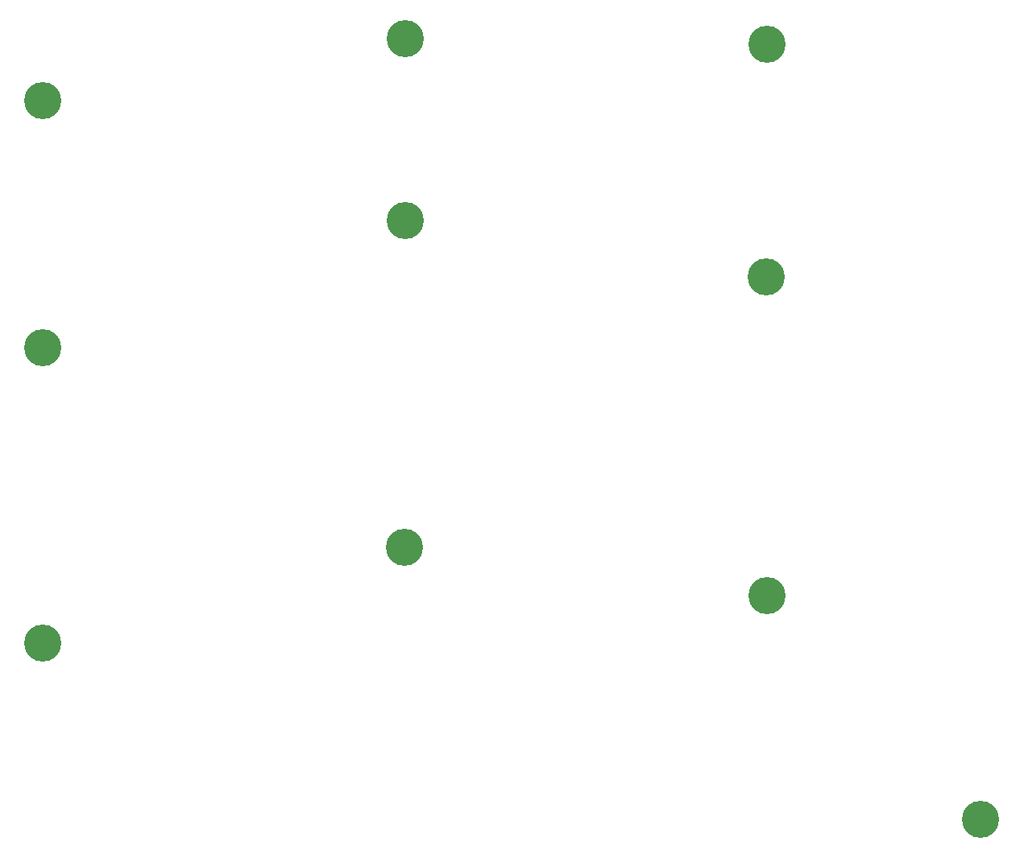
<source format=gbr>
%TF.GenerationSoftware,KiCad,Pcbnew,8.0.5-8.0.5-0~ubuntu20.04.1*%
%TF.CreationDate,2024-10-07T16:44:29+02:00*%
%TF.ProjectId,switchplate,73776974-6368-4706-9c61-74652e6b6963,v1.0.0*%
%TF.SameCoordinates,Original*%
%TF.FileFunction,Soldermask,Top*%
%TF.FilePolarity,Negative*%
%FSLAX46Y46*%
G04 Gerber Fmt 4.6, Leading zero omitted, Abs format (unit mm)*
G04 Created by KiCad (PCBNEW 8.0.5-8.0.5-0~ubuntu20.04.1) date 2024-10-07 16:44:29*
%MOMM*%
%LPD*%
G01*
G04 APERTURE LIST*
%ADD10C,3.900000*%
G04 APERTURE END LIST*
D10*
%TO.C,H1*%
X185550000Y-89000000D03*
%TD*%
%TO.C,H2*%
X109450000Y-95000000D03*
%TD*%
%TO.C,H3*%
X109450000Y-152000000D03*
%TD*%
%TO.C,H4*%
X185550000Y-147000000D03*
%TD*%
%TO.C,H5*%
X147550000Y-107550000D03*
%TD*%
%TO.C,H6*%
X147450000Y-142000000D03*
%TD*%
%TO.C,H7*%
X208012759Y-170538758D03*
%TD*%
%TO.C,H8*%
X109450000Y-120920000D03*
%TD*%
%TO.C,H9*%
X147550000Y-88450000D03*
%TD*%
%TO.C,H10*%
X185450000Y-113550000D03*
%TD*%
M02*

</source>
